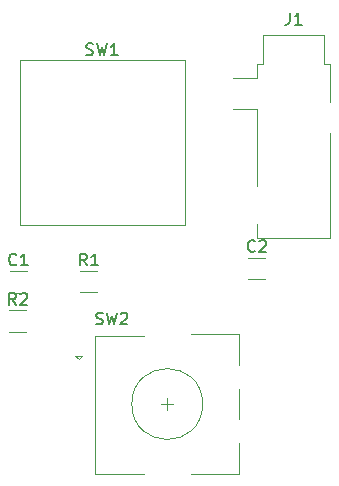
<source format=gbr>
%TF.GenerationSoftware,KiCad,Pcbnew,(5.1.7)-1*%
%TF.CreationDate,2020-10-31T04:10:28-07:00*%
%TF.ProjectId,daughter_board,64617567-6874-4657-925f-626f6172642e,rev?*%
%TF.SameCoordinates,Original*%
%TF.FileFunction,Legend,Top*%
%TF.FilePolarity,Positive*%
%FSLAX46Y46*%
G04 Gerber Fmt 4.6, Leading zero omitted, Abs format (unit mm)*
G04 Created by KiCad (PCBNEW (5.1.7)-1) date 2020-10-31 04:10:28*
%MOMM*%
%LPD*%
G01*
G04 APERTURE LIST*
%ADD10C,0.120000*%
%ADD11C,0.150000*%
G04 APERTURE END LIST*
D10*
%TO.C,C1*%
X130063749Y-92135001D02*
X131486253Y-92135001D01*
X130063749Y-90315001D02*
X131486253Y-90315001D01*
%TO.C,C2*%
X150263749Y-89165001D02*
X151686253Y-89165001D01*
X150263749Y-90985001D02*
X151686253Y-90985001D01*
%TO.C,J1*%
X150995001Y-76575001D02*
X148995001Y-76575001D01*
X150995001Y-73975001D02*
X148995001Y-73975001D01*
X150995001Y-83075001D02*
X150995001Y-76575001D01*
X150995001Y-87475001D02*
X150995001Y-86275001D01*
X157195001Y-87475001D02*
X150995001Y-87475001D01*
X157195001Y-78575001D02*
X157195001Y-87475001D01*
X157195001Y-72775001D02*
X157195001Y-75975001D01*
X156695001Y-72775001D02*
X157195001Y-72775001D01*
X156695001Y-70275001D02*
X156695001Y-72775001D01*
X151495001Y-70275001D02*
X156695001Y-70275001D01*
X151495001Y-72775001D02*
X151495001Y-70275001D01*
X150995001Y-72775001D02*
X151495001Y-72775001D01*
X150995001Y-73975001D02*
X150995001Y-72775001D01*
%TO.C,R1*%
X136027937Y-92105001D02*
X137482065Y-92105001D01*
X136027937Y-90285001D02*
X137482065Y-90285001D01*
%TO.C,R2*%
X130017937Y-93635001D02*
X131472065Y-93635001D01*
X130017937Y-95455001D02*
X131472065Y-95455001D01*
%TO.C,SW1*%
X130885001Y-86435001D02*
X130885001Y-72465001D01*
X144855001Y-86435001D02*
X130885001Y-86435001D01*
X144855001Y-72465001D02*
X144855001Y-86435001D01*
X130885001Y-72465001D02*
X144855001Y-72465001D01*
%TO.C,SW2*%
X146390000Y-101560000D02*
G75*
G03*
X146390000Y-101560000I-3000000J0D01*
G01*
X145390000Y-95660000D02*
X149490000Y-95660000D01*
X149490000Y-107460000D02*
X145390000Y-107460000D01*
X141390000Y-107460000D02*
X137290000Y-107460000D01*
X141390000Y-95760000D02*
X137290000Y-95760000D01*
X137290000Y-95760000D02*
X137290000Y-107460000D01*
X135890000Y-97760000D02*
X135590000Y-97460000D01*
X135590000Y-97460000D02*
X136190000Y-97460000D01*
X136190000Y-97460000D02*
X135890000Y-97760000D01*
X149490000Y-95660000D02*
X149490000Y-98260000D01*
X149490000Y-100260000D02*
X149490000Y-102860000D01*
X149490000Y-104860000D02*
X149490000Y-107460000D01*
X143390000Y-101060000D02*
X143390000Y-102060000D01*
X142890000Y-101560000D02*
X143890000Y-101560000D01*
%TO.C,C1*%
D11*
X130608334Y-89732143D02*
X130560715Y-89779762D01*
X130417858Y-89827381D01*
X130322620Y-89827381D01*
X130179762Y-89779762D01*
X130084524Y-89684524D01*
X130036905Y-89589286D01*
X129989286Y-89398810D01*
X129989286Y-89255953D01*
X130036905Y-89065477D01*
X130084524Y-88970239D01*
X130179762Y-88875001D01*
X130322620Y-88827381D01*
X130417858Y-88827381D01*
X130560715Y-88875001D01*
X130608334Y-88922620D01*
X131560715Y-89827381D02*
X130989286Y-89827381D01*
X131275001Y-89827381D02*
X131275001Y-88827381D01*
X131179762Y-88970239D01*
X131084524Y-89065477D01*
X130989286Y-89113096D01*
%TO.C,C2*%
X150808334Y-88582143D02*
X150760715Y-88629762D01*
X150617858Y-88677381D01*
X150522620Y-88677381D01*
X150379762Y-88629762D01*
X150284524Y-88534524D01*
X150236905Y-88439286D01*
X150189286Y-88248810D01*
X150189286Y-88105953D01*
X150236905Y-87915477D01*
X150284524Y-87820239D01*
X150379762Y-87725001D01*
X150522620Y-87677381D01*
X150617858Y-87677381D01*
X150760715Y-87725001D01*
X150808334Y-87772620D01*
X151189286Y-87772620D02*
X151236905Y-87725001D01*
X151332143Y-87677381D01*
X151570239Y-87677381D01*
X151665477Y-87725001D01*
X151713096Y-87772620D01*
X151760715Y-87867858D01*
X151760715Y-87963096D01*
X151713096Y-88105953D01*
X151141667Y-88677381D01*
X151760715Y-88677381D01*
%TO.C,J1*%
X153761667Y-68427381D02*
X153761667Y-69141667D01*
X153714048Y-69284524D01*
X153618810Y-69379762D01*
X153475953Y-69427381D01*
X153380715Y-69427381D01*
X154761667Y-69427381D02*
X154190239Y-69427381D01*
X154475953Y-69427381D02*
X154475953Y-68427381D01*
X154380715Y-68570239D01*
X154285477Y-68665477D01*
X154190239Y-68713096D01*
%TO.C,R1*%
X136588334Y-89827381D02*
X136255001Y-89351191D01*
X136016905Y-89827381D02*
X136016905Y-88827381D01*
X136397858Y-88827381D01*
X136493096Y-88875001D01*
X136540715Y-88922620D01*
X136588334Y-89017858D01*
X136588334Y-89160715D01*
X136540715Y-89255953D01*
X136493096Y-89303572D01*
X136397858Y-89351191D01*
X136016905Y-89351191D01*
X137540715Y-89827381D02*
X136969286Y-89827381D01*
X137255001Y-89827381D02*
X137255001Y-88827381D01*
X137159762Y-88970239D01*
X137064524Y-89065477D01*
X136969286Y-89113096D01*
%TO.C,R2*%
X130578334Y-93177381D02*
X130245001Y-92701191D01*
X130006905Y-93177381D02*
X130006905Y-92177381D01*
X130387858Y-92177381D01*
X130483096Y-92225001D01*
X130530715Y-92272620D01*
X130578334Y-92367858D01*
X130578334Y-92510715D01*
X130530715Y-92605953D01*
X130483096Y-92653572D01*
X130387858Y-92701191D01*
X130006905Y-92701191D01*
X130959286Y-92272620D02*
X131006905Y-92225001D01*
X131102143Y-92177381D01*
X131340239Y-92177381D01*
X131435477Y-92225001D01*
X131483096Y-92272620D01*
X131530715Y-92367858D01*
X131530715Y-92463096D01*
X131483096Y-92605953D01*
X130911667Y-93177381D01*
X131530715Y-93177381D01*
%TO.C,SW1*%
X136536667Y-71980762D02*
X136679524Y-72028381D01*
X136917620Y-72028381D01*
X137012858Y-71980762D01*
X137060477Y-71933143D01*
X137108096Y-71837905D01*
X137108096Y-71742667D01*
X137060477Y-71647429D01*
X137012858Y-71599810D01*
X136917620Y-71552191D01*
X136727143Y-71504572D01*
X136631905Y-71456953D01*
X136584286Y-71409334D01*
X136536667Y-71314096D01*
X136536667Y-71218858D01*
X136584286Y-71123620D01*
X136631905Y-71076001D01*
X136727143Y-71028381D01*
X136965239Y-71028381D01*
X137108096Y-71076001D01*
X137441429Y-71028381D02*
X137679524Y-72028381D01*
X137870001Y-71314096D01*
X138060477Y-72028381D01*
X138298572Y-71028381D01*
X139203334Y-72028381D02*
X138631905Y-72028381D01*
X138917620Y-72028381D02*
X138917620Y-71028381D01*
X138822381Y-71171239D01*
X138727143Y-71266477D01*
X138631905Y-71314096D01*
%TO.C,SW2*%
X137356666Y-94764761D02*
X137499523Y-94812380D01*
X137737619Y-94812380D01*
X137832857Y-94764761D01*
X137880476Y-94717142D01*
X137928095Y-94621904D01*
X137928095Y-94526666D01*
X137880476Y-94431428D01*
X137832857Y-94383809D01*
X137737619Y-94336190D01*
X137547142Y-94288571D01*
X137451904Y-94240952D01*
X137404285Y-94193333D01*
X137356666Y-94098095D01*
X137356666Y-94002857D01*
X137404285Y-93907619D01*
X137451904Y-93860000D01*
X137547142Y-93812380D01*
X137785238Y-93812380D01*
X137928095Y-93860000D01*
X138261428Y-93812380D02*
X138499523Y-94812380D01*
X138690000Y-94098095D01*
X138880476Y-94812380D01*
X139118571Y-93812380D01*
X139451904Y-93907619D02*
X139499523Y-93860000D01*
X139594761Y-93812380D01*
X139832857Y-93812380D01*
X139928095Y-93860000D01*
X139975714Y-93907619D01*
X140023333Y-94002857D01*
X140023333Y-94098095D01*
X139975714Y-94240952D01*
X139404285Y-94812380D01*
X140023333Y-94812380D01*
%TD*%
M02*

</source>
